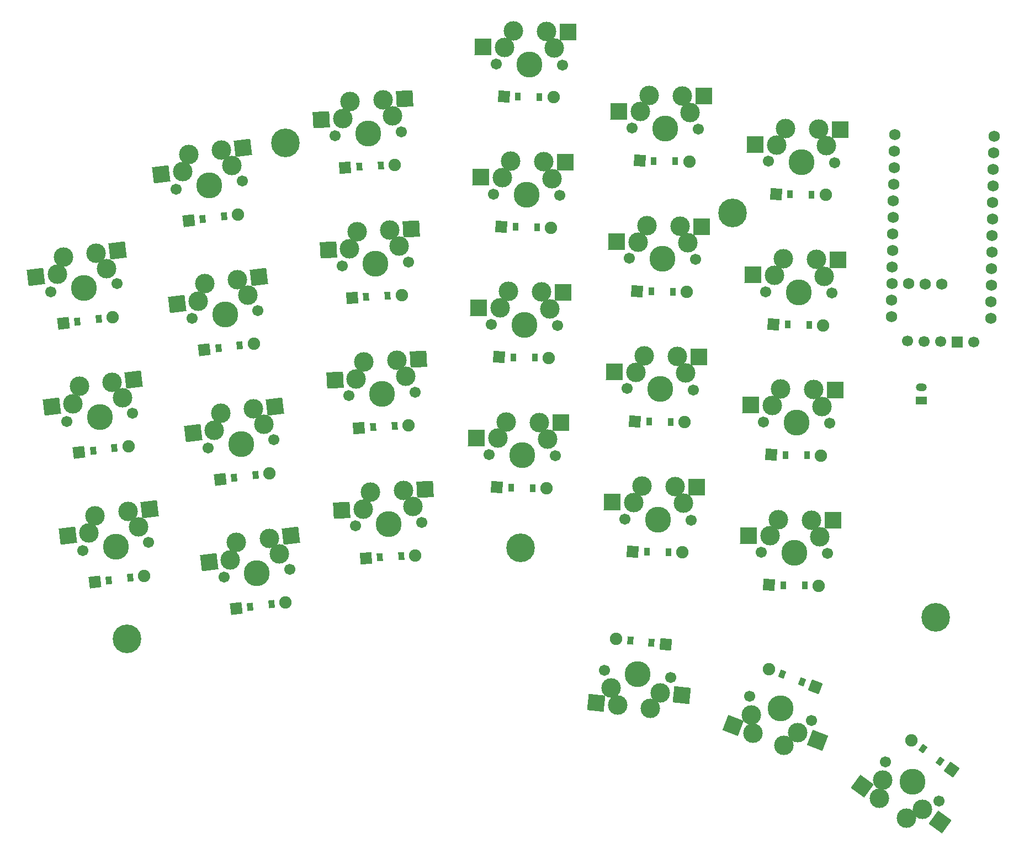
<source format=gbr>
%TF.GenerationSoftware,KiCad,Pcbnew,9.0.0*%
%TF.CreationDate,2025-03-06T12:11:22-05:00*%
%TF.ProjectId,proto1,70726f74-6f31-42e6-9b69-6361645f7063,v1.0.0*%
%TF.SameCoordinates,Original*%
%TF.FileFunction,Soldermask,Bot*%
%TF.FilePolarity,Negative*%
%FSLAX46Y46*%
G04 Gerber Fmt 4.6, Leading zero omitted, Abs format (unit mm)*
G04 Created by KiCad (PCBNEW 9.0.0) date 2025-03-06 12:11:22*
%MOMM*%
%LPD*%
G01*
G04 APERTURE LIST*
G04 Aperture macros list*
%AMHorizOval*
0 Thick line with rounded ends*
0 $1 width*
0 $2 $3 position (X,Y) of the first rounded end (center of the circle)*
0 $4 $5 position (X,Y) of the second rounded end (center of the circle)*
0 Add line between two ends*
20,1,$1,$2,$3,$4,$5,0*
0 Add two circle primitives to create the rounded ends*
1,1,$1,$2,$3*
1,1,$1,$4,$5*%
%AMRotRect*
0 Rectangle, with rotation*
0 The origin of the aperture is its center*
0 $1 length*
0 $2 width*
0 $3 Rotation angle, in degrees counterclockwise*
0 Add horizontal line*
21,1,$1,$2,0,0,$3*%
G04 Aperture macros list end*
%ADD10C,3.987800*%
%ADD11C,1.701800*%
%ADD12C,3.000000*%
%ADD13RotRect,2.550000X2.500000X7.000000*%
%ADD14RotRect,2.550000X2.500000X3.000000*%
%ADD15RotRect,2.550000X2.500000X359.000000*%
%ADD16RotRect,2.550000X2.500000X174.000000*%
%ADD17RotRect,2.550000X2.500000X159.000000*%
%ADD18RotRect,2.550000X2.500000X144.000000*%
%ADD19RotRect,0.900000X1.200000X7.000000*%
%ADD20RotRect,1.778000X1.778000X7.000000*%
%ADD21C,1.905000*%
%ADD22RotRect,0.900000X1.200000X3.000000*%
%ADD23RotRect,1.778000X1.778000X3.000000*%
%ADD24RotRect,0.900000X1.200000X359.000000*%
%ADD25RotRect,1.778000X1.778000X359.000000*%
%ADD26RotRect,0.900000X1.200000X174.000000*%
%ADD27RotRect,1.778000X1.778000X174.000000*%
%ADD28RotRect,0.900000X1.200000X159.000000*%
%ADD29RotRect,1.778000X1.778000X159.000000*%
%ADD30RotRect,0.900000X1.200000X144.000000*%
%ADD31RotRect,1.778000X1.778000X144.000000*%
%ADD32C,1.752600*%
%ADD33HorizOval,1.700000X0.000000X0.000000X0.000000X0.000000X0*%
%ADD34RotRect,1.700000X1.700000X359.000000*%
%ADD35RotRect,1.200000X1.700000X89.000000*%
%ADD36HorizOval,1.200000X-0.249962X0.004363X0.249962X-0.004363X0*%
%ADD37C,2.600000*%
%ADD38C,4.400000*%
G04 APERTURE END LIST*
D10*
%TO.C,S1*%
X142958017Y-138610986D03*
D11*
X148000151Y-137991890D03*
X137915883Y-139230082D03*
D12*
X144859988Y-133259303D03*
X138866868Y-136554241D03*
D13*
X135616279Y-136953363D03*
X148137375Y-132856891D03*
D12*
X139817854Y-133878400D03*
X146430070Y-135625597D03*
%TD*%
D10*
%TO.C,S2*%
X140520630Y-118760063D03*
D11*
X145562764Y-118140967D03*
X135478496Y-119379159D03*
D12*
X142422601Y-113408380D03*
X136429481Y-116703318D03*
D13*
X133178892Y-117102440D03*
X145699988Y-113005968D03*
D12*
X137380467Y-114027477D03*
X143992683Y-115774674D03*
%TD*%
D10*
%TO.C,S3*%
X138083243Y-98909140D03*
D11*
X143125377Y-98290044D03*
X133041109Y-99528236D03*
D12*
X139985214Y-93557457D03*
X133992094Y-96852395D03*
D13*
X130741505Y-97251517D03*
X143262601Y-93155045D03*
D12*
X134943080Y-94176554D03*
X141555296Y-95923751D03*
%TD*%
D10*
%TO.C,S4*%
X164618011Y-142701789D03*
D11*
X169660145Y-142082693D03*
X159575877Y-143320885D03*
D12*
X166519982Y-137350106D03*
X160526862Y-140645044D03*
D13*
X157276273Y-141044166D03*
X169797369Y-136947694D03*
D12*
X161477848Y-137969203D03*
X168090064Y-139716400D03*
%TD*%
D10*
%TO.C,S5*%
X162180624Y-122850866D03*
D11*
X167222758Y-122231770D03*
X157138490Y-123469962D03*
D12*
X164082595Y-117499183D03*
X158089475Y-120794121D03*
D13*
X154838886Y-121193243D03*
X167359982Y-117096771D03*
D12*
X159040461Y-118118280D03*
X165652677Y-119865477D03*
%TD*%
D10*
%TO.C,S6*%
X159743237Y-102999943D03*
D11*
X164785371Y-102380847D03*
X154701103Y-103619039D03*
D12*
X161645208Y-97648260D03*
X155652088Y-100943198D03*
D13*
X152401499Y-101342320D03*
X164922595Y-97245848D03*
D12*
X156603074Y-98267357D03*
X163215290Y-100014554D03*
%TD*%
D10*
%TO.C,S7*%
X157305850Y-83149020D03*
D11*
X162347984Y-82529924D03*
X152263716Y-83768116D03*
D12*
X159207821Y-77797337D03*
X153214701Y-81092275D03*
D13*
X149964112Y-81491397D03*
X162485208Y-77394925D03*
D12*
X154165687Y-78416434D03*
X160777903Y-80163631D03*
%TD*%
D10*
%TO.C,S8*%
X184852133Y-135179802D03*
D11*
X189925171Y-134913935D03*
X179779095Y-135445669D03*
D12*
X187122785Y-129973831D03*
X180914421Y-132842683D03*
D14*
X177643909Y-133014083D03*
X190420260Y-129801017D03*
D12*
X182049747Y-130239697D03*
X188523978Y-132443883D03*
%TD*%
D10*
%TO.C,S9*%
X183805414Y-115207211D03*
D11*
X188878452Y-114941344D03*
X178732376Y-115473078D03*
D12*
X186076066Y-110001240D03*
X179867702Y-112870092D03*
D14*
X176597190Y-113041492D03*
X189373541Y-109828426D03*
D12*
X181003028Y-110267106D03*
X187477259Y-112471292D03*
%TD*%
D10*
%TO.C,S10*%
X182758695Y-95234620D03*
D11*
X187831733Y-94968753D03*
X177685657Y-95500487D03*
D12*
X185029347Y-90028649D03*
X178820983Y-92897501D03*
D14*
X175550471Y-93068901D03*
X188326822Y-89855835D03*
D12*
X179956309Y-90294515D03*
X186430540Y-92498701D03*
%TD*%
D10*
%TO.C,S11*%
X181711976Y-75262030D03*
D11*
X186785014Y-74996163D03*
X176638938Y-75527897D03*
D12*
X183982628Y-70056059D03*
X177774264Y-72924911D03*
D14*
X174503752Y-73096311D03*
X187280103Y-69883245D03*
D12*
X178909590Y-70321925D03*
X185383821Y-72526111D03*
%TD*%
D10*
%TO.C,S12*%
X205326162Y-124593766D03*
D11*
X210405388Y-124682424D03*
X200246936Y-124505108D03*
D12*
X207954433Y-119558869D03*
X201561071Y-121987659D03*
D15*
X198286570Y-121930503D03*
X211255930Y-119616497D03*
D12*
X202875207Y-119470211D03*
X209179911Y-122120647D03*
%TD*%
D10*
%TO.C,S13*%
X205675210Y-104596812D03*
D11*
X210754436Y-104685470D03*
X200595984Y-104508154D03*
D12*
X208303481Y-99561915D03*
X201910119Y-101990705D03*
D15*
X198635618Y-101933549D03*
X211604978Y-99619543D03*
D12*
X203224255Y-99473257D03*
X209528959Y-102123693D03*
%TD*%
D10*
%TO.C,S14*%
X206024258Y-84599858D03*
D11*
X211103484Y-84688516D03*
X200945032Y-84511200D03*
D12*
X208652529Y-79564961D03*
X202259167Y-81993751D03*
D15*
X198984666Y-81936595D03*
X211954026Y-79622589D03*
D12*
X203573303Y-79476303D03*
X209878007Y-82126739D03*
%TD*%
D10*
%TO.C,S15*%
X206373306Y-64602904D03*
D11*
X211452532Y-64691562D03*
X201294080Y-64514246D03*
D12*
X209001577Y-59568007D03*
X202608215Y-61996797D03*
D15*
X199333714Y-61939641D03*
X212303074Y-59625635D03*
D12*
X203922351Y-59479349D03*
X210227055Y-62129785D03*
%TD*%
D10*
%TO.C,S16*%
X226157166Y-134458820D03*
D11*
X231236392Y-134547478D03*
X221077940Y-134370162D03*
D12*
X228785437Y-129423923D03*
X222392075Y-131852713D03*
D15*
X219117574Y-131795557D03*
X232086934Y-129481551D03*
D12*
X223706211Y-129335265D03*
X230010915Y-131985701D03*
%TD*%
D10*
%TO.C,S17*%
X226506214Y-114461866D03*
D11*
X231585440Y-114550524D03*
X221426988Y-114373208D03*
D12*
X229134485Y-109426969D03*
X222741123Y-111855759D03*
D15*
X219466622Y-111798603D03*
X232435982Y-109484597D03*
D12*
X224055259Y-109338311D03*
X230359963Y-111988747D03*
%TD*%
D10*
%TO.C,S18*%
X226855262Y-94464912D03*
D11*
X231934488Y-94553570D03*
X221776036Y-94376254D03*
D12*
X229483533Y-89430015D03*
X223090171Y-91858805D03*
D15*
X219815670Y-91801649D03*
X232785030Y-89487643D03*
D12*
X224404307Y-89341357D03*
X230709011Y-91991793D03*
%TD*%
D10*
%TO.C,S19*%
X227204310Y-74467958D03*
D11*
X232283536Y-74556616D03*
X222125084Y-74379300D03*
D12*
X229832581Y-69433061D03*
X223439219Y-71861851D03*
D15*
X220164718Y-71804695D03*
X233134078Y-69490689D03*
D12*
X224753355Y-69344403D03*
X231058059Y-71994839D03*
%TD*%
D10*
%TO.C,S20*%
X247071068Y-139574597D03*
D11*
X252150294Y-139663255D03*
X241991842Y-139485939D03*
D12*
X249699339Y-134539700D03*
X243305977Y-136968490D03*
D15*
X240031476Y-136911334D03*
X253000836Y-134597328D03*
D12*
X244620113Y-134451042D03*
X250924817Y-137101478D03*
%TD*%
D10*
%TO.C,S21*%
X247420117Y-119577643D03*
D11*
X252499343Y-119666301D03*
X242340891Y-119488985D03*
D12*
X250048388Y-114542746D03*
X243655026Y-116971536D03*
D15*
X240380525Y-116914380D03*
X253349885Y-114600374D03*
D12*
X244969162Y-114454088D03*
X251273866Y-117104524D03*
%TD*%
D10*
%TO.C,S22*%
X247769165Y-99580689D03*
D11*
X252848391Y-99669347D03*
X242689939Y-99492031D03*
D12*
X250397436Y-94545792D03*
X244004074Y-96974582D03*
D15*
X240729573Y-96917426D03*
X253698933Y-94603420D03*
D12*
X245318210Y-94457134D03*
X251622914Y-97107570D03*
%TD*%
D10*
%TO.C,S23*%
X248118213Y-79583735D03*
D11*
X253197439Y-79672393D03*
X243038987Y-79495077D03*
D12*
X250746484Y-74548838D03*
X244353122Y-76977628D03*
D15*
X241078621Y-76920472D03*
X254047981Y-74606466D03*
D12*
X245667258Y-74460180D03*
X251971962Y-77110616D03*
%TD*%
D10*
%TO.C,S24*%
X222993090Y-158157208D03*
D11*
X217940919Y-157626203D03*
X228045261Y-158688213D03*
D12*
X219936000Y-162943877D03*
X226516716Y-161081547D03*
D16*
X229773775Y-161423878D03*
X216652088Y-162598724D03*
D12*
X224988171Y-163474882D03*
X218938459Y-160285040D03*
%TD*%
D10*
%TO.C,S25*%
X244906592Y-163443882D03*
D11*
X240164003Y-161623373D03*
X249649181Y-165264391D03*
D12*
X240714789Y-167276216D03*
X247553279Y-167180558D03*
D17*
X250610755Y-168354213D03*
X237632106Y-166092885D03*
D12*
X245457377Y-169096725D03*
X240439396Y-164449794D03*
%TD*%
D10*
%TO.C,S26*%
X265144831Y-174669358D03*
D11*
X261035025Y-171683409D03*
X269254637Y-177655307D03*
D12*
X260103979Y-177286190D03*
X266734211Y-178963723D03*
D18*
X269383742Y-180888720D03*
X257432605Y-175345323D03*
D12*
X264213785Y-180272139D03*
X260569502Y-174484799D03*
%TD*%
D19*
%TO.C,D1*%
X145205065Y-143372632D03*
X141929663Y-143774800D03*
D20*
X139785763Y-144038038D03*
D21*
X147348965Y-143109394D03*
%TD*%
D19*
%TO.C,D2*%
X142767678Y-123521709D03*
X139492276Y-123923877D03*
D20*
X137348376Y-124187115D03*
D21*
X144911578Y-123258471D03*
%TD*%
D19*
%TO.C,D3*%
X140330291Y-103670786D03*
X137054889Y-104072954D03*
D20*
X134910989Y-104336192D03*
D21*
X142474191Y-103407548D03*
%TD*%
D19*
%TO.C,D4*%
X166865059Y-147463435D03*
X163589657Y-147865603D03*
D20*
X161445757Y-148128841D03*
D21*
X169008959Y-147200197D03*
%TD*%
D19*
%TO.C,D5*%
X164427672Y-127612512D03*
X161152270Y-128014680D03*
D20*
X159008370Y-128277918D03*
D21*
X166571572Y-127349274D03*
%TD*%
D19*
%TO.C,D6*%
X161990285Y-107761589D03*
X158714883Y-108163757D03*
D20*
X156570983Y-108426995D03*
D21*
X164134185Y-107498351D03*
%TD*%
D19*
%TO.C,D7*%
X159552898Y-87910666D03*
X156277496Y-88312834D03*
D20*
X154133596Y-88576072D03*
D21*
X161696798Y-87647428D03*
%TD*%
D22*
%TO.C,D8*%
X186761552Y-140086595D03*
X183466074Y-140259303D03*
D23*
X181309034Y-140372349D03*
D21*
X188918592Y-139973549D03*
%TD*%
D22*
%TO.C,D9*%
X185714833Y-120114005D03*
X182419355Y-120286713D03*
D23*
X180262315Y-120399759D03*
D21*
X187871873Y-120000959D03*
%TD*%
D22*
%TO.C,D10*%
X184668114Y-100141414D03*
X181372636Y-100314122D03*
D23*
X179215596Y-100427168D03*
D21*
X186825154Y-100028368D03*
%TD*%
D22*
%TO.C,D11*%
X183621395Y-80168823D03*
X180325917Y-80341531D03*
D23*
X178168877Y-80454577D03*
D21*
X185778435Y-80055777D03*
%TD*%
D24*
%TO.C,D12*%
X206888649Y-129621801D03*
X203589151Y-129564209D03*
D25*
X201429480Y-129526511D03*
D21*
X209048320Y-129659499D03*
%TD*%
D24*
%TO.C,D13*%
X207237697Y-109624847D03*
X203938199Y-109567255D03*
D25*
X201778528Y-109529557D03*
D21*
X209397368Y-109662545D03*
%TD*%
D24*
%TO.C,D14*%
X207586745Y-89627893D03*
X204287247Y-89570301D03*
D25*
X202127576Y-89532603D03*
D21*
X209746416Y-89665591D03*
%TD*%
D24*
%TO.C,D15*%
X207935793Y-69630939D03*
X204636295Y-69573347D03*
D25*
X202476624Y-69535649D03*
D21*
X210095464Y-69668637D03*
%TD*%
D24*
%TO.C,D16*%
X227719653Y-139486854D03*
X224420155Y-139429262D03*
D25*
X222260484Y-139391564D03*
D21*
X229879324Y-139524552D03*
%TD*%
D24*
%TO.C,D17*%
X228068701Y-119489900D03*
X224769203Y-119432308D03*
D25*
X222609532Y-119394610D03*
D21*
X230228372Y-119527598D03*
%TD*%
D24*
%TO.C,D18*%
X228417749Y-99492946D03*
X225118251Y-99435354D03*
D25*
X222958580Y-99397656D03*
D21*
X230577420Y-99530644D03*
%TD*%
D24*
%TO.C,D19*%
X228766797Y-79495992D03*
X225467299Y-79438400D03*
D25*
X223307628Y-79400702D03*
D21*
X230926468Y-79533690D03*
%TD*%
D24*
%TO.C,D20*%
X248633555Y-144602631D03*
X245334057Y-144545039D03*
D25*
X243174386Y-144507341D03*
D21*
X250793226Y-144640329D03*
%TD*%
D24*
%TO.C,D21*%
X248982604Y-124605677D03*
X245683106Y-124548085D03*
D25*
X243523435Y-124510387D03*
D21*
X251142275Y-124643375D03*
%TD*%
D24*
%TO.C,D22*%
X249331652Y-104608723D03*
X246032154Y-104551131D03*
D25*
X243872483Y-104513433D03*
D21*
X251491323Y-104646421D03*
%TD*%
D24*
%TO.C,D23*%
X249680700Y-84611769D03*
X246381202Y-84554177D03*
D25*
X244221531Y-84516479D03*
D21*
X251840371Y-84649467D03*
%TD*%
D26*
%TO.C,D24*%
X221874771Y-153012127D03*
X225156693Y-153357071D03*
D27*
X227304860Y-153582852D03*
D21*
X219726604Y-152786346D03*
%TD*%
D28*
%TO.C,D25*%
X245158023Y-158184673D03*
X248238839Y-159367287D03*
D29*
X250255372Y-160141362D03*
D21*
X243141490Y-157410598D03*
%TD*%
D30*
%TO.C,D26*%
X266748880Y-169654427D03*
X269418636Y-171594119D03*
D31*
X271166113Y-172863735D03*
D21*
X265001403Y-168384811D03*
%TD*%
D32*
%TO.C,MCU1*%
X277661737Y-75628738D03*
X277617407Y-78168351D03*
X277573078Y-80707964D03*
X277528749Y-83247577D03*
X277484420Y-85787191D03*
X277440091Y-88326804D03*
X277395762Y-90866417D03*
X277351433Y-93406030D03*
X277307104Y-95945643D03*
X277262775Y-98485256D03*
X277218445Y-101024869D03*
X277174116Y-103564483D03*
X261936437Y-103298508D03*
X261980767Y-100758895D03*
X262025096Y-98219282D03*
X262069425Y-95679669D03*
X262113754Y-93140055D03*
X262158083Y-90600442D03*
X262202412Y-88060829D03*
X262246741Y-85521216D03*
X262291070Y-82981603D03*
X262335399Y-80441990D03*
X262379729Y-77902377D03*
X262424058Y-75362763D03*
X264564709Y-98263611D03*
X267104322Y-98307940D03*
X269643935Y-98352269D03*
%TD*%
D33*
%TO.C,niceView1*%
X264410953Y-107072269D03*
X266950566Y-107116598D03*
X269490179Y-107160927D03*
D34*
X272029792Y-107205256D03*
D33*
X274569405Y-107249585D03*
%TD*%
D35*
%TO.C,JST1*%
X266482670Y-116159810D03*
D36*
X266517574Y-114160114D03*
%TD*%
D37*
%TO.C,_1*%
X144694655Y-152754768D03*
D38*
X144694655Y-152754768D03*
%TD*%
D37*
%TO.C,_2*%
X205077465Y-138841596D03*
D38*
X205077465Y-138841596D03*
%TD*%
D37*
%TO.C,_3*%
X268751943Y-149454485D03*
D38*
X268751943Y-149454485D03*
%TD*%
D37*
%TO.C,_4*%
X237530185Y-87400139D03*
D38*
X237530185Y-87400139D03*
%TD*%
D37*
%TO.C,_5*%
X168954449Y-76681202D03*
D38*
X168954449Y-76681202D03*
%TD*%
M02*

</source>
